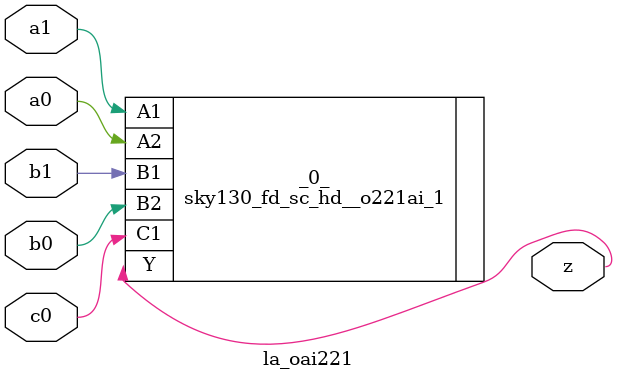
<source format=v>
/* Generated by Yosys 0.37 (git sha1 a5c7f69ed, clang 14.0.0-1ubuntu1.1 -fPIC -Os) */

module la_oai221(a0, a1, b0, b1, c0, z);
  input a0;
  wire a0;
  input a1;
  wire a1;
  input b0;
  wire b0;
  input b1;
  wire b1;
  input c0;
  wire c0;
  output z;
  wire z;
  sky130_fd_sc_hd__o221ai_1 _0_ (
    .A1(a1),
    .A2(a0),
    .B1(b1),
    .B2(b0),
    .C1(c0),
    .Y(z)
  );
endmodule

</source>
